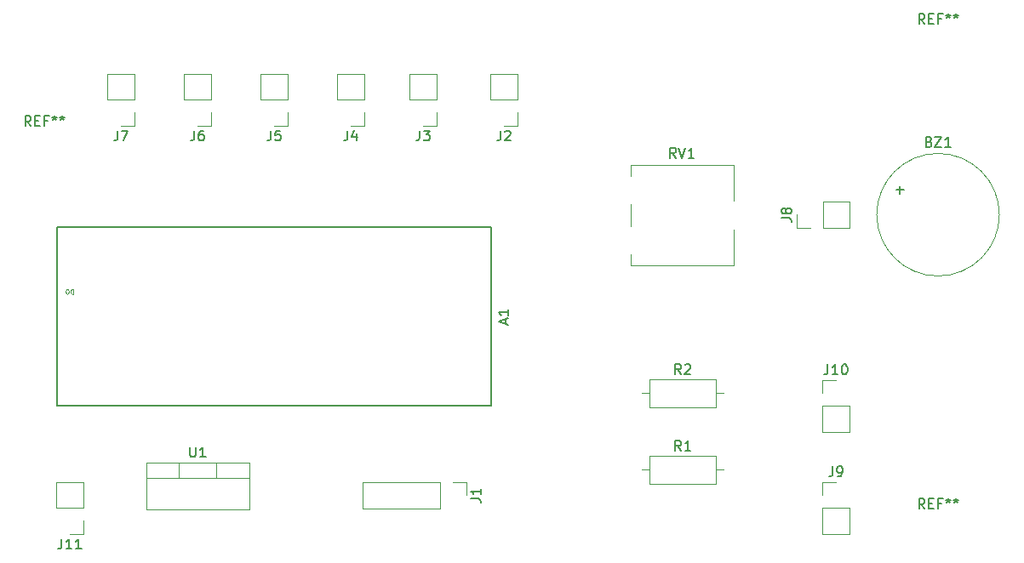
<source format=gbr>
%TF.GenerationSoftware,KiCad,Pcbnew,7.0.7*%
%TF.CreationDate,2023-09-11T15:30:13+03:00*%
%TF.ProjectId,PCB,5043422e-6b69-4636-9164-5f7063625858,rev?*%
%TF.SameCoordinates,Original*%
%TF.FileFunction,Legend,Top*%
%TF.FilePolarity,Positive*%
%FSLAX46Y46*%
G04 Gerber Fmt 4.6, Leading zero omitted, Abs format (unit mm)*
G04 Created by KiCad (PCBNEW 7.0.7) date 2023-09-11 15:30:13*
%MOMM*%
%LPD*%
G01*
G04 APERTURE LIST*
%ADD10C,0.150000*%
%ADD11C,0.075000*%
%ADD12C,0.120000*%
G04 APERTURE END LIST*
D10*
X107886666Y-82614819D02*
X107553333Y-82138628D01*
X107315238Y-82614819D02*
X107315238Y-81614819D01*
X107315238Y-81614819D02*
X107696190Y-81614819D01*
X107696190Y-81614819D02*
X107791428Y-81662438D01*
X107791428Y-81662438D02*
X107839047Y-81710057D01*
X107839047Y-81710057D02*
X107886666Y-81805295D01*
X107886666Y-81805295D02*
X107886666Y-81948152D01*
X107886666Y-81948152D02*
X107839047Y-82043390D01*
X107839047Y-82043390D02*
X107791428Y-82091009D01*
X107791428Y-82091009D02*
X107696190Y-82138628D01*
X107696190Y-82138628D02*
X107315238Y-82138628D01*
X108315238Y-82091009D02*
X108648571Y-82091009D01*
X108791428Y-82614819D02*
X108315238Y-82614819D01*
X108315238Y-82614819D02*
X108315238Y-81614819D01*
X108315238Y-81614819D02*
X108791428Y-81614819D01*
X109553333Y-82091009D02*
X109220000Y-82091009D01*
X109220000Y-82614819D02*
X109220000Y-81614819D01*
X109220000Y-81614819D02*
X109696190Y-81614819D01*
X110220000Y-81614819D02*
X110220000Y-81852914D01*
X109981905Y-81757676D02*
X110220000Y-81852914D01*
X110220000Y-81852914D02*
X110458095Y-81757676D01*
X110077143Y-82043390D02*
X110220000Y-81852914D01*
X110220000Y-81852914D02*
X110362857Y-82043390D01*
X110981905Y-81614819D02*
X110981905Y-81852914D01*
X110743810Y-81757676D02*
X110981905Y-81852914D01*
X110981905Y-81852914D02*
X111220000Y-81757676D01*
X110839048Y-82043390D02*
X110981905Y-81852914D01*
X110981905Y-81852914D02*
X111124762Y-82043390D01*
X196786666Y-120714819D02*
X196453333Y-120238628D01*
X196215238Y-120714819D02*
X196215238Y-119714819D01*
X196215238Y-119714819D02*
X196596190Y-119714819D01*
X196596190Y-119714819D02*
X196691428Y-119762438D01*
X196691428Y-119762438D02*
X196739047Y-119810057D01*
X196739047Y-119810057D02*
X196786666Y-119905295D01*
X196786666Y-119905295D02*
X196786666Y-120048152D01*
X196786666Y-120048152D02*
X196739047Y-120143390D01*
X196739047Y-120143390D02*
X196691428Y-120191009D01*
X196691428Y-120191009D02*
X196596190Y-120238628D01*
X196596190Y-120238628D02*
X196215238Y-120238628D01*
X197215238Y-120191009D02*
X197548571Y-120191009D01*
X197691428Y-120714819D02*
X197215238Y-120714819D01*
X197215238Y-120714819D02*
X197215238Y-119714819D01*
X197215238Y-119714819D02*
X197691428Y-119714819D01*
X198453333Y-120191009D02*
X198120000Y-120191009D01*
X198120000Y-120714819D02*
X198120000Y-119714819D01*
X198120000Y-119714819D02*
X198596190Y-119714819D01*
X199120000Y-119714819D02*
X199120000Y-119952914D01*
X198881905Y-119857676D02*
X199120000Y-119952914D01*
X199120000Y-119952914D02*
X199358095Y-119857676D01*
X198977143Y-120143390D02*
X199120000Y-119952914D01*
X199120000Y-119952914D02*
X199262857Y-120143390D01*
X199881905Y-119714819D02*
X199881905Y-119952914D01*
X199643810Y-119857676D02*
X199881905Y-119952914D01*
X199881905Y-119952914D02*
X200120000Y-119857676D01*
X199739048Y-120143390D02*
X199881905Y-119952914D01*
X199881905Y-119952914D02*
X200024762Y-120143390D01*
X196786666Y-72454819D02*
X196453333Y-71978628D01*
X196215238Y-72454819D02*
X196215238Y-71454819D01*
X196215238Y-71454819D02*
X196596190Y-71454819D01*
X196596190Y-71454819D02*
X196691428Y-71502438D01*
X196691428Y-71502438D02*
X196739047Y-71550057D01*
X196739047Y-71550057D02*
X196786666Y-71645295D01*
X196786666Y-71645295D02*
X196786666Y-71788152D01*
X196786666Y-71788152D02*
X196739047Y-71883390D01*
X196739047Y-71883390D02*
X196691428Y-71931009D01*
X196691428Y-71931009D02*
X196596190Y-71978628D01*
X196596190Y-71978628D02*
X196215238Y-71978628D01*
X197215238Y-71931009D02*
X197548571Y-71931009D01*
X197691428Y-72454819D02*
X197215238Y-72454819D01*
X197215238Y-72454819D02*
X197215238Y-71454819D01*
X197215238Y-71454819D02*
X197691428Y-71454819D01*
X198453333Y-71931009D02*
X198120000Y-71931009D01*
X198120000Y-72454819D02*
X198120000Y-71454819D01*
X198120000Y-71454819D02*
X198596190Y-71454819D01*
X199120000Y-71454819D02*
X199120000Y-71692914D01*
X198881905Y-71597676D02*
X199120000Y-71692914D01*
X199120000Y-71692914D02*
X199358095Y-71597676D01*
X198977143Y-71883390D02*
X199120000Y-71692914D01*
X199120000Y-71692914D02*
X199262857Y-71883390D01*
X199881905Y-71454819D02*
X199881905Y-71692914D01*
X199643810Y-71597676D02*
X199881905Y-71692914D01*
X199881905Y-71692914D02*
X200120000Y-71597676D01*
X199739048Y-71883390D02*
X199881905Y-71692914D01*
X199881905Y-71692914D02*
X200024762Y-71883390D01*
X155109104Y-102314285D02*
X155109104Y-101838095D01*
X155394819Y-102409523D02*
X154394819Y-102076190D01*
X154394819Y-102076190D02*
X155394819Y-101742857D01*
X155394819Y-100885714D02*
X155394819Y-101457142D01*
X155394819Y-101171428D02*
X154394819Y-101171428D01*
X154394819Y-101171428D02*
X154537676Y-101266666D01*
X154537676Y-101266666D02*
X154632914Y-101361904D01*
X154632914Y-101361904D02*
X154680533Y-101457142D01*
D11*
X112129047Y-98832590D02*
X112129047Y-99332590D01*
X112129047Y-99332590D02*
X112009999Y-99332590D01*
X112009999Y-99332590D02*
X111938571Y-99308780D01*
X111938571Y-99308780D02*
X111890952Y-99261161D01*
X111890952Y-99261161D02*
X111867142Y-99213542D01*
X111867142Y-99213542D02*
X111843333Y-99118304D01*
X111843333Y-99118304D02*
X111843333Y-99046876D01*
X111843333Y-99046876D02*
X111867142Y-98951638D01*
X111867142Y-98951638D02*
X111890952Y-98904019D01*
X111890952Y-98904019D02*
X111938571Y-98856400D01*
X111938571Y-98856400D02*
X112009999Y-98832590D01*
X112009999Y-98832590D02*
X112129047Y-98832590D01*
X111533809Y-99332590D02*
X111486190Y-99332590D01*
X111486190Y-99332590D02*
X111438571Y-99308780D01*
X111438571Y-99308780D02*
X111414761Y-99284971D01*
X111414761Y-99284971D02*
X111390952Y-99237352D01*
X111390952Y-99237352D02*
X111367142Y-99142114D01*
X111367142Y-99142114D02*
X111367142Y-99023066D01*
X111367142Y-99023066D02*
X111390952Y-98927828D01*
X111390952Y-98927828D02*
X111414761Y-98880209D01*
X111414761Y-98880209D02*
X111438571Y-98856400D01*
X111438571Y-98856400D02*
X111486190Y-98832590D01*
X111486190Y-98832590D02*
X111533809Y-98832590D01*
X111533809Y-98832590D02*
X111581428Y-98856400D01*
X111581428Y-98856400D02*
X111605237Y-98880209D01*
X111605237Y-98880209D02*
X111629047Y-98927828D01*
X111629047Y-98927828D02*
X111652856Y-99023066D01*
X111652856Y-99023066D02*
X111652856Y-99142114D01*
X111652856Y-99142114D02*
X111629047Y-99237352D01*
X111629047Y-99237352D02*
X111605237Y-99284971D01*
X111605237Y-99284971D02*
X111581428Y-99308780D01*
X111581428Y-99308780D02*
X111533809Y-99332590D01*
D10*
X123698095Y-114564819D02*
X123698095Y-115374342D01*
X123698095Y-115374342D02*
X123745714Y-115469580D01*
X123745714Y-115469580D02*
X123793333Y-115517200D01*
X123793333Y-115517200D02*
X123888571Y-115564819D01*
X123888571Y-115564819D02*
X124079047Y-115564819D01*
X124079047Y-115564819D02*
X124174285Y-115517200D01*
X124174285Y-115517200D02*
X124221904Y-115469580D01*
X124221904Y-115469580D02*
X124269523Y-115374342D01*
X124269523Y-115374342D02*
X124269523Y-114564819D01*
X125269523Y-115564819D02*
X124698095Y-115564819D01*
X124983809Y-115564819D02*
X124983809Y-114564819D01*
X124983809Y-114564819D02*
X124888571Y-114707676D01*
X124888571Y-114707676D02*
X124793333Y-114802914D01*
X124793333Y-114802914D02*
X124698095Y-114850533D01*
X172044761Y-85784819D02*
X171711428Y-85308628D01*
X171473333Y-85784819D02*
X171473333Y-84784819D01*
X171473333Y-84784819D02*
X171854285Y-84784819D01*
X171854285Y-84784819D02*
X171949523Y-84832438D01*
X171949523Y-84832438D02*
X171997142Y-84880057D01*
X171997142Y-84880057D02*
X172044761Y-84975295D01*
X172044761Y-84975295D02*
X172044761Y-85118152D01*
X172044761Y-85118152D02*
X171997142Y-85213390D01*
X171997142Y-85213390D02*
X171949523Y-85261009D01*
X171949523Y-85261009D02*
X171854285Y-85308628D01*
X171854285Y-85308628D02*
X171473333Y-85308628D01*
X172330476Y-84784819D02*
X172663809Y-85784819D01*
X172663809Y-85784819D02*
X172997142Y-84784819D01*
X173854285Y-85784819D02*
X173282857Y-85784819D01*
X173568571Y-85784819D02*
X173568571Y-84784819D01*
X173568571Y-84784819D02*
X173473333Y-84927676D01*
X173473333Y-84927676D02*
X173378095Y-85022914D01*
X173378095Y-85022914D02*
X173282857Y-85070533D01*
X172553333Y-107304819D02*
X172220000Y-106828628D01*
X171981905Y-107304819D02*
X171981905Y-106304819D01*
X171981905Y-106304819D02*
X172362857Y-106304819D01*
X172362857Y-106304819D02*
X172458095Y-106352438D01*
X172458095Y-106352438D02*
X172505714Y-106400057D01*
X172505714Y-106400057D02*
X172553333Y-106495295D01*
X172553333Y-106495295D02*
X172553333Y-106638152D01*
X172553333Y-106638152D02*
X172505714Y-106733390D01*
X172505714Y-106733390D02*
X172458095Y-106781009D01*
X172458095Y-106781009D02*
X172362857Y-106828628D01*
X172362857Y-106828628D02*
X171981905Y-106828628D01*
X172934286Y-106400057D02*
X172981905Y-106352438D01*
X172981905Y-106352438D02*
X173077143Y-106304819D01*
X173077143Y-106304819D02*
X173315238Y-106304819D01*
X173315238Y-106304819D02*
X173410476Y-106352438D01*
X173410476Y-106352438D02*
X173458095Y-106400057D01*
X173458095Y-106400057D02*
X173505714Y-106495295D01*
X173505714Y-106495295D02*
X173505714Y-106590533D01*
X173505714Y-106590533D02*
X173458095Y-106733390D01*
X173458095Y-106733390D02*
X172886667Y-107304819D01*
X172886667Y-107304819D02*
X173505714Y-107304819D01*
X172553333Y-114924819D02*
X172220000Y-114448628D01*
X171981905Y-114924819D02*
X171981905Y-113924819D01*
X171981905Y-113924819D02*
X172362857Y-113924819D01*
X172362857Y-113924819D02*
X172458095Y-113972438D01*
X172458095Y-113972438D02*
X172505714Y-114020057D01*
X172505714Y-114020057D02*
X172553333Y-114115295D01*
X172553333Y-114115295D02*
X172553333Y-114258152D01*
X172553333Y-114258152D02*
X172505714Y-114353390D01*
X172505714Y-114353390D02*
X172458095Y-114401009D01*
X172458095Y-114401009D02*
X172362857Y-114448628D01*
X172362857Y-114448628D02*
X171981905Y-114448628D01*
X173505714Y-114924819D02*
X172934286Y-114924819D01*
X173220000Y-114924819D02*
X173220000Y-113924819D01*
X173220000Y-113924819D02*
X173124762Y-114067676D01*
X173124762Y-114067676D02*
X173029524Y-114162914D01*
X173029524Y-114162914D02*
X172934286Y-114210533D01*
X110950476Y-123704819D02*
X110950476Y-124419104D01*
X110950476Y-124419104D02*
X110902857Y-124561961D01*
X110902857Y-124561961D02*
X110807619Y-124657200D01*
X110807619Y-124657200D02*
X110664762Y-124704819D01*
X110664762Y-124704819D02*
X110569524Y-124704819D01*
X111950476Y-124704819D02*
X111379048Y-124704819D01*
X111664762Y-124704819D02*
X111664762Y-123704819D01*
X111664762Y-123704819D02*
X111569524Y-123847676D01*
X111569524Y-123847676D02*
X111474286Y-123942914D01*
X111474286Y-123942914D02*
X111379048Y-123990533D01*
X112902857Y-124704819D02*
X112331429Y-124704819D01*
X112617143Y-124704819D02*
X112617143Y-123704819D01*
X112617143Y-123704819D02*
X112521905Y-123847676D01*
X112521905Y-123847676D02*
X112426667Y-123942914D01*
X112426667Y-123942914D02*
X112331429Y-123990533D01*
X187150476Y-106344819D02*
X187150476Y-107059104D01*
X187150476Y-107059104D02*
X187102857Y-107201961D01*
X187102857Y-107201961D02*
X187007619Y-107297200D01*
X187007619Y-107297200D02*
X186864762Y-107344819D01*
X186864762Y-107344819D02*
X186769524Y-107344819D01*
X188150476Y-107344819D02*
X187579048Y-107344819D01*
X187864762Y-107344819D02*
X187864762Y-106344819D01*
X187864762Y-106344819D02*
X187769524Y-106487676D01*
X187769524Y-106487676D02*
X187674286Y-106582914D01*
X187674286Y-106582914D02*
X187579048Y-106630533D01*
X188769524Y-106344819D02*
X188864762Y-106344819D01*
X188864762Y-106344819D02*
X188960000Y-106392438D01*
X188960000Y-106392438D02*
X189007619Y-106440057D01*
X189007619Y-106440057D02*
X189055238Y-106535295D01*
X189055238Y-106535295D02*
X189102857Y-106725771D01*
X189102857Y-106725771D02*
X189102857Y-106963866D01*
X189102857Y-106963866D02*
X189055238Y-107154342D01*
X189055238Y-107154342D02*
X189007619Y-107249580D01*
X189007619Y-107249580D02*
X188960000Y-107297200D01*
X188960000Y-107297200D02*
X188864762Y-107344819D01*
X188864762Y-107344819D02*
X188769524Y-107344819D01*
X188769524Y-107344819D02*
X188674286Y-107297200D01*
X188674286Y-107297200D02*
X188626667Y-107249580D01*
X188626667Y-107249580D02*
X188579048Y-107154342D01*
X188579048Y-107154342D02*
X188531429Y-106963866D01*
X188531429Y-106963866D02*
X188531429Y-106725771D01*
X188531429Y-106725771D02*
X188579048Y-106535295D01*
X188579048Y-106535295D02*
X188626667Y-106440057D01*
X188626667Y-106440057D02*
X188674286Y-106392438D01*
X188674286Y-106392438D02*
X188769524Y-106344819D01*
X187626666Y-116504819D02*
X187626666Y-117219104D01*
X187626666Y-117219104D02*
X187579047Y-117361961D01*
X187579047Y-117361961D02*
X187483809Y-117457200D01*
X187483809Y-117457200D02*
X187340952Y-117504819D01*
X187340952Y-117504819D02*
X187245714Y-117504819D01*
X188150476Y-117504819D02*
X188340952Y-117504819D01*
X188340952Y-117504819D02*
X188436190Y-117457200D01*
X188436190Y-117457200D02*
X188483809Y-117409580D01*
X188483809Y-117409580D02*
X188579047Y-117266723D01*
X188579047Y-117266723D02*
X188626666Y-117076247D01*
X188626666Y-117076247D02*
X188626666Y-116695295D01*
X188626666Y-116695295D02*
X188579047Y-116600057D01*
X188579047Y-116600057D02*
X188531428Y-116552438D01*
X188531428Y-116552438D02*
X188436190Y-116504819D01*
X188436190Y-116504819D02*
X188245714Y-116504819D01*
X188245714Y-116504819D02*
X188150476Y-116552438D01*
X188150476Y-116552438D02*
X188102857Y-116600057D01*
X188102857Y-116600057D02*
X188055238Y-116695295D01*
X188055238Y-116695295D02*
X188055238Y-116933390D01*
X188055238Y-116933390D02*
X188102857Y-117028628D01*
X188102857Y-117028628D02*
X188150476Y-117076247D01*
X188150476Y-117076247D02*
X188245714Y-117123866D01*
X188245714Y-117123866D02*
X188436190Y-117123866D01*
X188436190Y-117123866D02*
X188531428Y-117076247D01*
X188531428Y-117076247D02*
X188579047Y-117028628D01*
X188579047Y-117028628D02*
X188626666Y-116933390D01*
X182544819Y-91773333D02*
X183259104Y-91773333D01*
X183259104Y-91773333D02*
X183401961Y-91820952D01*
X183401961Y-91820952D02*
X183497200Y-91916190D01*
X183497200Y-91916190D02*
X183544819Y-92059047D01*
X183544819Y-92059047D02*
X183544819Y-92154285D01*
X182973390Y-91154285D02*
X182925771Y-91249523D01*
X182925771Y-91249523D02*
X182878152Y-91297142D01*
X182878152Y-91297142D02*
X182782914Y-91344761D01*
X182782914Y-91344761D02*
X182735295Y-91344761D01*
X182735295Y-91344761D02*
X182640057Y-91297142D01*
X182640057Y-91297142D02*
X182592438Y-91249523D01*
X182592438Y-91249523D02*
X182544819Y-91154285D01*
X182544819Y-91154285D02*
X182544819Y-90963809D01*
X182544819Y-90963809D02*
X182592438Y-90868571D01*
X182592438Y-90868571D02*
X182640057Y-90820952D01*
X182640057Y-90820952D02*
X182735295Y-90773333D01*
X182735295Y-90773333D02*
X182782914Y-90773333D01*
X182782914Y-90773333D02*
X182878152Y-90820952D01*
X182878152Y-90820952D02*
X182925771Y-90868571D01*
X182925771Y-90868571D02*
X182973390Y-90963809D01*
X182973390Y-90963809D02*
X182973390Y-91154285D01*
X182973390Y-91154285D02*
X183021009Y-91249523D01*
X183021009Y-91249523D02*
X183068628Y-91297142D01*
X183068628Y-91297142D02*
X183163866Y-91344761D01*
X183163866Y-91344761D02*
X183354342Y-91344761D01*
X183354342Y-91344761D02*
X183449580Y-91297142D01*
X183449580Y-91297142D02*
X183497200Y-91249523D01*
X183497200Y-91249523D02*
X183544819Y-91154285D01*
X183544819Y-91154285D02*
X183544819Y-90963809D01*
X183544819Y-90963809D02*
X183497200Y-90868571D01*
X183497200Y-90868571D02*
X183449580Y-90820952D01*
X183449580Y-90820952D02*
X183354342Y-90773333D01*
X183354342Y-90773333D02*
X183163866Y-90773333D01*
X183163866Y-90773333D02*
X183068628Y-90820952D01*
X183068628Y-90820952D02*
X183021009Y-90868571D01*
X183021009Y-90868571D02*
X182973390Y-90963809D01*
X116506666Y-83064819D02*
X116506666Y-83779104D01*
X116506666Y-83779104D02*
X116459047Y-83921961D01*
X116459047Y-83921961D02*
X116363809Y-84017200D01*
X116363809Y-84017200D02*
X116220952Y-84064819D01*
X116220952Y-84064819D02*
X116125714Y-84064819D01*
X116887619Y-83064819D02*
X117554285Y-83064819D01*
X117554285Y-83064819D02*
X117125714Y-84064819D01*
X124126666Y-83064819D02*
X124126666Y-83779104D01*
X124126666Y-83779104D02*
X124079047Y-83921961D01*
X124079047Y-83921961D02*
X123983809Y-84017200D01*
X123983809Y-84017200D02*
X123840952Y-84064819D01*
X123840952Y-84064819D02*
X123745714Y-84064819D01*
X125031428Y-83064819D02*
X124840952Y-83064819D01*
X124840952Y-83064819D02*
X124745714Y-83112438D01*
X124745714Y-83112438D02*
X124698095Y-83160057D01*
X124698095Y-83160057D02*
X124602857Y-83302914D01*
X124602857Y-83302914D02*
X124555238Y-83493390D01*
X124555238Y-83493390D02*
X124555238Y-83874342D01*
X124555238Y-83874342D02*
X124602857Y-83969580D01*
X124602857Y-83969580D02*
X124650476Y-84017200D01*
X124650476Y-84017200D02*
X124745714Y-84064819D01*
X124745714Y-84064819D02*
X124936190Y-84064819D01*
X124936190Y-84064819D02*
X125031428Y-84017200D01*
X125031428Y-84017200D02*
X125079047Y-83969580D01*
X125079047Y-83969580D02*
X125126666Y-83874342D01*
X125126666Y-83874342D02*
X125126666Y-83636247D01*
X125126666Y-83636247D02*
X125079047Y-83541009D01*
X125079047Y-83541009D02*
X125031428Y-83493390D01*
X125031428Y-83493390D02*
X124936190Y-83445771D01*
X124936190Y-83445771D02*
X124745714Y-83445771D01*
X124745714Y-83445771D02*
X124650476Y-83493390D01*
X124650476Y-83493390D02*
X124602857Y-83541009D01*
X124602857Y-83541009D02*
X124555238Y-83636247D01*
X131746666Y-83064819D02*
X131746666Y-83779104D01*
X131746666Y-83779104D02*
X131699047Y-83921961D01*
X131699047Y-83921961D02*
X131603809Y-84017200D01*
X131603809Y-84017200D02*
X131460952Y-84064819D01*
X131460952Y-84064819D02*
X131365714Y-84064819D01*
X132699047Y-83064819D02*
X132222857Y-83064819D01*
X132222857Y-83064819D02*
X132175238Y-83541009D01*
X132175238Y-83541009D02*
X132222857Y-83493390D01*
X132222857Y-83493390D02*
X132318095Y-83445771D01*
X132318095Y-83445771D02*
X132556190Y-83445771D01*
X132556190Y-83445771D02*
X132651428Y-83493390D01*
X132651428Y-83493390D02*
X132699047Y-83541009D01*
X132699047Y-83541009D02*
X132746666Y-83636247D01*
X132746666Y-83636247D02*
X132746666Y-83874342D01*
X132746666Y-83874342D02*
X132699047Y-83969580D01*
X132699047Y-83969580D02*
X132651428Y-84017200D01*
X132651428Y-84017200D02*
X132556190Y-84064819D01*
X132556190Y-84064819D02*
X132318095Y-84064819D01*
X132318095Y-84064819D02*
X132222857Y-84017200D01*
X132222857Y-84017200D02*
X132175238Y-83969580D01*
X139366666Y-83064819D02*
X139366666Y-83779104D01*
X139366666Y-83779104D02*
X139319047Y-83921961D01*
X139319047Y-83921961D02*
X139223809Y-84017200D01*
X139223809Y-84017200D02*
X139080952Y-84064819D01*
X139080952Y-84064819D02*
X138985714Y-84064819D01*
X140271428Y-83398152D02*
X140271428Y-84064819D01*
X140033333Y-83017200D02*
X139795238Y-83731485D01*
X139795238Y-83731485D02*
X140414285Y-83731485D01*
X146556666Y-83064819D02*
X146556666Y-83779104D01*
X146556666Y-83779104D02*
X146509047Y-83921961D01*
X146509047Y-83921961D02*
X146413809Y-84017200D01*
X146413809Y-84017200D02*
X146270952Y-84064819D01*
X146270952Y-84064819D02*
X146175714Y-84064819D01*
X146937619Y-83064819D02*
X147556666Y-83064819D01*
X147556666Y-83064819D02*
X147223333Y-83445771D01*
X147223333Y-83445771D02*
X147366190Y-83445771D01*
X147366190Y-83445771D02*
X147461428Y-83493390D01*
X147461428Y-83493390D02*
X147509047Y-83541009D01*
X147509047Y-83541009D02*
X147556666Y-83636247D01*
X147556666Y-83636247D02*
X147556666Y-83874342D01*
X147556666Y-83874342D02*
X147509047Y-83969580D01*
X147509047Y-83969580D02*
X147461428Y-84017200D01*
X147461428Y-84017200D02*
X147366190Y-84064819D01*
X147366190Y-84064819D02*
X147080476Y-84064819D01*
X147080476Y-84064819D02*
X146985238Y-84017200D01*
X146985238Y-84017200D02*
X146937619Y-83969580D01*
X154606666Y-83064819D02*
X154606666Y-83779104D01*
X154606666Y-83779104D02*
X154559047Y-83921961D01*
X154559047Y-83921961D02*
X154463809Y-84017200D01*
X154463809Y-84017200D02*
X154320952Y-84064819D01*
X154320952Y-84064819D02*
X154225714Y-84064819D01*
X155035238Y-83160057D02*
X155082857Y-83112438D01*
X155082857Y-83112438D02*
X155178095Y-83064819D01*
X155178095Y-83064819D02*
X155416190Y-83064819D01*
X155416190Y-83064819D02*
X155511428Y-83112438D01*
X155511428Y-83112438D02*
X155559047Y-83160057D01*
X155559047Y-83160057D02*
X155606666Y-83255295D01*
X155606666Y-83255295D02*
X155606666Y-83350533D01*
X155606666Y-83350533D02*
X155559047Y-83493390D01*
X155559047Y-83493390D02*
X154987619Y-84064819D01*
X154987619Y-84064819D02*
X155606666Y-84064819D01*
X197239047Y-84171009D02*
X197381904Y-84218628D01*
X197381904Y-84218628D02*
X197429523Y-84266247D01*
X197429523Y-84266247D02*
X197477142Y-84361485D01*
X197477142Y-84361485D02*
X197477142Y-84504342D01*
X197477142Y-84504342D02*
X197429523Y-84599580D01*
X197429523Y-84599580D02*
X197381904Y-84647200D01*
X197381904Y-84647200D02*
X197286666Y-84694819D01*
X197286666Y-84694819D02*
X196905714Y-84694819D01*
X196905714Y-84694819D02*
X196905714Y-83694819D01*
X196905714Y-83694819D02*
X197239047Y-83694819D01*
X197239047Y-83694819D02*
X197334285Y-83742438D01*
X197334285Y-83742438D02*
X197381904Y-83790057D01*
X197381904Y-83790057D02*
X197429523Y-83885295D01*
X197429523Y-83885295D02*
X197429523Y-83980533D01*
X197429523Y-83980533D02*
X197381904Y-84075771D01*
X197381904Y-84075771D02*
X197334285Y-84123390D01*
X197334285Y-84123390D02*
X197239047Y-84171009D01*
X197239047Y-84171009D02*
X196905714Y-84171009D01*
X197810476Y-83694819D02*
X198477142Y-83694819D01*
X198477142Y-83694819D02*
X197810476Y-84694819D01*
X197810476Y-84694819D02*
X198477142Y-84694819D01*
X199381904Y-84694819D02*
X198810476Y-84694819D01*
X199096190Y-84694819D02*
X199096190Y-83694819D01*
X199096190Y-83694819D02*
X199000952Y-83837676D01*
X199000952Y-83837676D02*
X198905714Y-83932914D01*
X198905714Y-83932914D02*
X198810476Y-83980533D01*
X193929048Y-88973866D02*
X194690953Y-88973866D01*
X194310000Y-89354819D02*
X194310000Y-88592914D01*
X151644819Y-119713333D02*
X152359104Y-119713333D01*
X152359104Y-119713333D02*
X152501961Y-119760952D01*
X152501961Y-119760952D02*
X152597200Y-119856190D01*
X152597200Y-119856190D02*
X152644819Y-119999047D01*
X152644819Y-119999047D02*
X152644819Y-120094285D01*
X152644819Y-118713333D02*
X152644819Y-119284761D01*
X152644819Y-118999047D02*
X151644819Y-118999047D01*
X151644819Y-118999047D02*
X151787676Y-119094285D01*
X151787676Y-119094285D02*
X151882914Y-119189523D01*
X151882914Y-119189523D02*
X151930533Y-119284761D01*
%TO.C,A1*%
X110490000Y-92710000D02*
X110490000Y-110490000D01*
X153670000Y-110490000D02*
X110490000Y-110490000D01*
X153670000Y-92710000D02*
X153670000Y-110490000D01*
X153670000Y-92710000D02*
X110490000Y-92710000D01*
D12*
%TO.C,U1*%
X119340000Y-117620000D02*
X129580000Y-117620000D01*
X129580000Y-116110000D02*
X129580000Y-120751000D01*
X119340000Y-120751000D02*
X129580000Y-120751000D01*
X119340000Y-116110000D02*
X119340000Y-120751000D01*
X126311000Y-116110000D02*
X126311000Y-117620000D01*
X122610000Y-116110000D02*
X122610000Y-117620000D01*
X119340000Y-116110000D02*
X129580000Y-116110000D01*
%TO.C,RV1*%
X167520000Y-86459000D02*
X167520000Y-87554000D01*
X167520000Y-90406000D02*
X167520000Y-92555000D01*
X177760000Y-92905000D02*
X177760000Y-96500000D01*
X177760000Y-86459000D02*
X177760000Y-90055000D01*
X167520000Y-95405000D02*
X167520000Y-96500000D01*
X167520000Y-86459000D02*
X177760000Y-86459000D01*
X167520000Y-96500000D02*
X177760000Y-96500000D01*
%TO.C,R2*%
X175990000Y-107850000D02*
X169450000Y-107850000D01*
X169450000Y-110590000D02*
X175990000Y-110590000D01*
X175990000Y-110590000D02*
X175990000Y-107850000D01*
X169450000Y-107850000D02*
X169450000Y-110590000D01*
X168680000Y-109220000D02*
X169450000Y-109220000D01*
X176760000Y-109220000D02*
X175990000Y-109220000D01*
%TO.C,R1*%
X175990000Y-115470000D02*
X169450000Y-115470000D01*
X169450000Y-118210000D02*
X175990000Y-118210000D01*
X175990000Y-118210000D02*
X175990000Y-115470000D01*
X169450000Y-115470000D02*
X169450000Y-118210000D01*
X168680000Y-116840000D02*
X169450000Y-116840000D01*
X176760000Y-116840000D02*
X175990000Y-116840000D01*
%TO.C,J11*%
X113090000Y-121920000D02*
X113090000Y-123250000D01*
X113090000Y-118050000D02*
X110430000Y-118050000D01*
X113090000Y-120650000D02*
X113090000Y-118050000D01*
X113090000Y-120650000D02*
X110430000Y-120650000D01*
X113090000Y-123250000D02*
X111760000Y-123250000D01*
X110430000Y-120650000D02*
X110430000Y-118050000D01*
%TO.C,J10*%
X186630000Y-109220000D02*
X186630000Y-107890000D01*
X186630000Y-113090000D02*
X189290000Y-113090000D01*
X186630000Y-110490000D02*
X186630000Y-113090000D01*
X186630000Y-110490000D02*
X189290000Y-110490000D01*
X186630000Y-107890000D02*
X187960000Y-107890000D01*
X189290000Y-110490000D02*
X189290000Y-113090000D01*
%TO.C,J9*%
X186630000Y-119380000D02*
X186630000Y-118050000D01*
X186630000Y-123250000D02*
X189290000Y-123250000D01*
X186630000Y-120650000D02*
X186630000Y-123250000D01*
X186630000Y-120650000D02*
X189290000Y-120650000D01*
X186630000Y-118050000D02*
X187960000Y-118050000D01*
X189290000Y-120650000D02*
X189290000Y-123250000D01*
%TO.C,J8*%
X186690000Y-90110000D02*
X189290000Y-90110000D01*
X184090000Y-92770000D02*
X184090000Y-91440000D01*
X186690000Y-92770000D02*
X186690000Y-90110000D01*
X186690000Y-92770000D02*
X189290000Y-92770000D01*
X189290000Y-92770000D02*
X189290000Y-90110000D01*
X185420000Y-92770000D02*
X184090000Y-92770000D01*
%TO.C,J7*%
X118170000Y-81280000D02*
X118170000Y-82610000D01*
X118170000Y-77410000D02*
X115510000Y-77410000D01*
X118170000Y-80010000D02*
X118170000Y-77410000D01*
X118170000Y-80010000D02*
X115510000Y-80010000D01*
X118170000Y-82610000D02*
X116840000Y-82610000D01*
X115510000Y-80010000D02*
X115510000Y-77410000D01*
%TO.C,J6*%
X125790000Y-81280000D02*
X125790000Y-82610000D01*
X125790000Y-77410000D02*
X123130000Y-77410000D01*
X125790000Y-80010000D02*
X125790000Y-77410000D01*
X125790000Y-80010000D02*
X123130000Y-80010000D01*
X125790000Y-82610000D02*
X124460000Y-82610000D01*
X123130000Y-80010000D02*
X123130000Y-77410000D01*
%TO.C,J5*%
X133410000Y-81280000D02*
X133410000Y-82610000D01*
X133410000Y-77410000D02*
X130750000Y-77410000D01*
X133410000Y-80010000D02*
X133410000Y-77410000D01*
X133410000Y-80010000D02*
X130750000Y-80010000D01*
X133410000Y-82610000D02*
X132080000Y-82610000D01*
X130750000Y-80010000D02*
X130750000Y-77410000D01*
%TO.C,J4*%
X138370000Y-80010000D02*
X138370000Y-77410000D01*
X141030000Y-82610000D02*
X139700000Y-82610000D01*
X141030000Y-80010000D02*
X138370000Y-80010000D01*
X141030000Y-80010000D02*
X141030000Y-77410000D01*
X141030000Y-77410000D02*
X138370000Y-77410000D01*
X141030000Y-81280000D02*
X141030000Y-82610000D01*
%TO.C,J3*%
X145560000Y-80010000D02*
X145560000Y-77410000D01*
X148220000Y-82610000D02*
X146890000Y-82610000D01*
X148220000Y-80010000D02*
X145560000Y-80010000D01*
X148220000Y-80010000D02*
X148220000Y-77410000D01*
X148220000Y-77410000D02*
X145560000Y-77410000D01*
X148220000Y-81280000D02*
X148220000Y-82610000D01*
%TO.C,J2*%
X153610000Y-80010000D02*
X153610000Y-77410000D01*
X156270000Y-82610000D02*
X154940000Y-82610000D01*
X156270000Y-80010000D02*
X153610000Y-80010000D01*
X156270000Y-80010000D02*
X156270000Y-77410000D01*
X156270000Y-77410000D02*
X153610000Y-77410000D01*
X156270000Y-81280000D02*
X156270000Y-82610000D01*
%TO.C,BZ1*%
X204220000Y-91440000D02*
G75*
G03*
X204220000Y-91440000I-6100000J0D01*
G01*
%TO.C,J1*%
X148590000Y-120710000D02*
X140910000Y-120710000D01*
X149860000Y-118050000D02*
X151190000Y-118050000D01*
X140910000Y-118050000D02*
X140910000Y-120710000D01*
X148590000Y-118050000D02*
X148590000Y-120710000D01*
X151190000Y-118050000D02*
X151190000Y-119380000D01*
X148590000Y-118050000D02*
X140910000Y-118050000D01*
%TD*%
M02*

</source>
